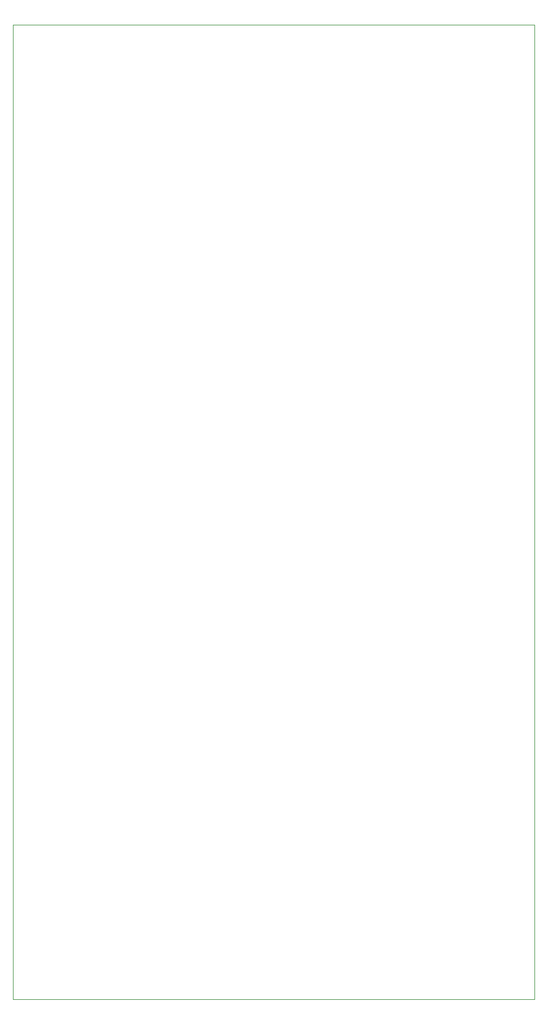
<source format=gbr>
%TF.GenerationSoftware,KiCad,Pcbnew,5.1.10-88a1d61d58~90~ubuntu20.04.1*%
%TF.CreationDate,2021-11-03T21:20:01-05:00*%
%TF.ProjectId,Backup,4261636b-7570-42e6-9b69-6361645f7063,rev?*%
%TF.SameCoordinates,Original*%
%TF.FileFunction,Profile,NP*%
%FSLAX46Y46*%
G04 Gerber Fmt 4.6, Leading zero omitted, Abs format (unit mm)*
G04 Created by KiCad (PCBNEW 5.1.10-88a1d61d58~90~ubuntu20.04.1) date 2021-11-03 21:20:01*
%MOMM*%
%LPD*%
G01*
G04 APERTURE LIST*
%TA.AperFunction,Profile*%
%ADD10C,0.050000*%
%TD*%
G04 APERTURE END LIST*
D10*
X70000000Y-175000000D02*
X70000000Y-160000000D01*
X145000000Y-175000000D02*
X70000000Y-175000000D01*
X145000000Y-160000000D02*
X145000000Y-175000000D01*
X70000000Y-160000000D02*
X70000000Y-35000000D01*
X145000000Y-35000000D02*
X145000000Y-160000000D01*
X70000000Y-35000000D02*
X145000000Y-35000000D01*
M02*

</source>
